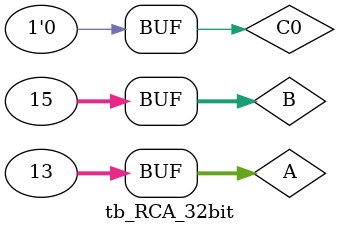
<source format=v>

module tb_RCA_32bit();

reg [31:0]A, B; 
reg [0:0]C0; //single bit

wire [32:0]Sum; // sum = A + B + cin


RCA_32bit UUT ( 	.A(A),
		.B(B), 
		.cin(C0), 
		.S(Sum));

initial 
begin

A = 30'd19999; B = 30'd112345; C0 = 1'b1; 

#100 
A = 16'd15; B = 16'd15; C0 = 1'b1; 

#100 
A = 4'd11; B = 4'd10; C0 = 1'b0; 

#100 
A = 4'd0; B = 4'd0; C0 = 1'b1; 

#100 
A = 4'd5; B = 4'd7; C0 = 1'b0; 

#100 
A = 4'd8; B = 4'd4; C0 = 1'b0; 

#100 
A = 4'd1; B = 4'd15; C0 = 1'b1; 

#100 
A = 4'd8; B = 4'd9; C0 = 1'b0; 

#100 
A = 4'd3; B = 4'd7; C0 = 1'b1; 

#100 
A = 4'd4; B = 4'd1; C0 = 1'b1; 

#100 
A = 4'd13; B = 4'd15; C0 = 1'b0; 


end




endmodule 
</source>
